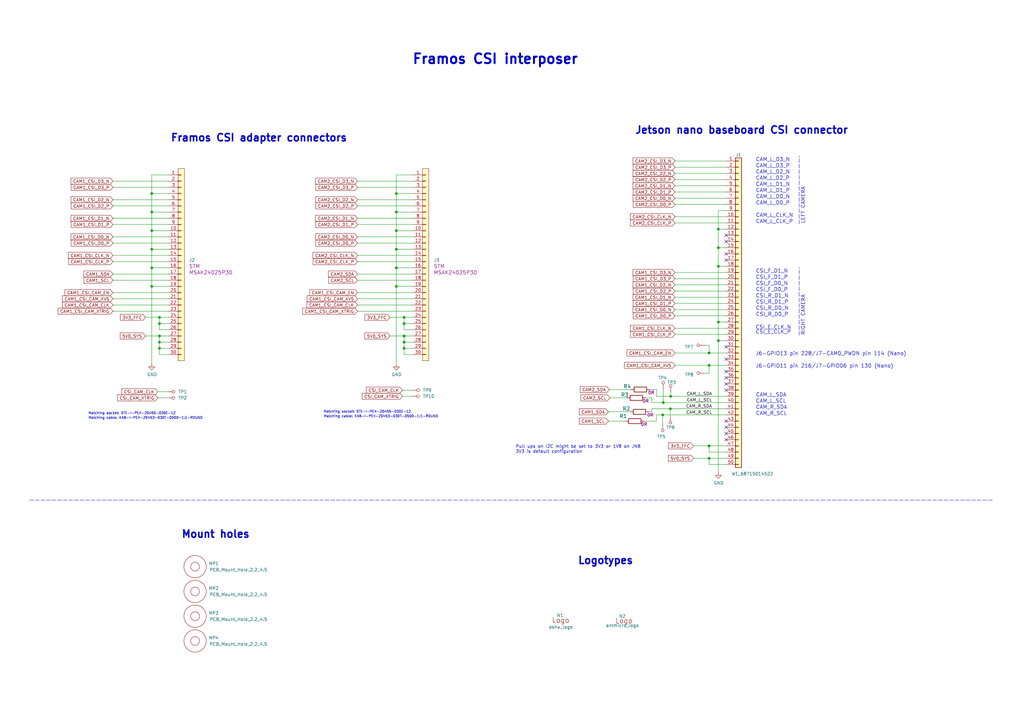
<source format=kicad_sch>
(kicad_sch (version 20211123) (generator eeschema)
  (paper "A3")
  (title_block (date "2022-02") (rev "1.0.0"))
  (lib_symbols
    (symbol "antmicro-dual-ipex-csi-interposer-rescue:GND-framos-csi-interposer" (power) (pin_names (offset 0))
      (property "Value" "GND-framos-csi-interposer" (at 0 -3.81 0))
      (symbol "GND-framos-csi-interposer_0_1"
        (polyline (pts (xy 0 0) (xy 0 -1.27) (xy 1.27 -1.27) (xy 0 -2.54) (xy -1.27 -1.27) (xy 0 -1.27)))
      )
      (symbol "GND-framos-csi-interposer_1_1"
        (pin power_in line (at 0 0 270) (length 0) hide (name "GND") (number "1"))
      )
    )
    (symbol "antmicroFCCConnectors:MSAK24025P30" (pin_names (offset 1.016) hide)
      (property "Reference" "J" (at 0 41.91 0))
      (property "MPN" "MSAK24025P30" (at 7.62 -39.37 90))
      (property "Manufacturer" "STM" (at 5.08 -39.37 90))
      (symbol "MSAK24025P30_0_1"
        (rectangle (start 0 39.37) (end 2.54 -39.37) (fill (type background)))
        (rectangle (start 2.54 -39.37) (end 2.54 -39.37))
      )
      (symbol "MSAK24025P30_1_1"
        (rectangle (start 0 -36.703) (end 1.27 -36.957) (stroke (width 0.1524)))
        (rectangle (start 0 -34.163) (end 1.27 -34.417) (stroke (width 0.1524)))
        (rectangle (start 0 -31.623) (end 1.27 -31.877) (stroke (width 0.1524)))
        (rectangle (start 0 -29.083) (end 1.27 -29.337) (stroke (width 0.1524)))
        (rectangle (start 0 -26.543) (end 1.27 -26.797) (stroke (width 0.1524)))
        (rectangle (start 0 -24.003) (end 1.27 -24.257) (stroke (width 0.1524)))
        (rectangle (start 0 -21.463) (end 1.27 -21.717) (stroke (width 0.1524)))
        (rectangle (start 0 -18.923) (end 1.27 -19.177) (stroke (width 0.1524)))
        (rectangle (start 0 -16.383) (end 1.27 -16.637) (stroke (width 0.1524)))
        (rectangle (start 0 -13.843) (end 1.27 -14.097) (stroke (width 0.1524)))
        (rectangle (start 0 -11.303) (end 1.27 -11.557) (stroke (width 0.1524)))
        (rectangle (start 0 -8.763) (end 1.27 -9.017) (stroke (width 0.1524)))
        (rectangle (start 0 -6.223) (end 1.27 -6.477) (stroke (width 0.1524)))
        (rectangle (start 0 -3.683) (end 1.27 -3.937) (stroke (width 0.1524)))
        (rectangle (start 0 -1.143) (end 1.27 -1.397) (stroke (width 0.1524)))
        (rectangle (start 0 1.397) (end 1.27 1.143) (stroke (width 0.1524)))
        (rectangle (start 0 3.937) (end 1.27 3.683) (stroke (width 0.1524)))
        (rectangle (start 0 6.477) (end 1.27 6.223) (stroke (width 0.1524)))
        (rectangle (start 0 9.017) (end 1.27 8.763) (stroke (width 0.1524)))
        (rectangle (start 0 11.557) (end 1.27 11.303) (stroke (width 0.1524)))
        (rectangle (start 0 14.097) (end 1.27 13.843) (stroke (width 0.1524)))
        (rectangle (start 0 16.637) (end 1.27 16.383) (stroke (width 0.1524)))
        (rectangle (start 0 19.177) (end 1.27 18.923) (stroke (width 0.1524)))
        (rectangle (start 0 21.717) (end 1.27 21.463) (stroke (width 0.1524)))
        (rectangle (start 0 24.257) (end 1.27 24.003) (stroke (width 0.1524)))
        (rectangle (start 0 26.797) (end 1.27 26.543) (stroke (width 0.1524)))
        (rectangle (start 0 29.337) (end 1.27 29.083) (stroke (width 0.1524)))
        (rectangle (start 0 31.877) (end 1.27 31.623) (stroke (width 0.1524)))
        (rectangle (start 0 34.417) (end 1.27 34.163) (stroke (width 0.1524)))
        (rectangle (start 0 36.957) (end 1.27 36.703) (stroke (width 0.1524)))
        (pin passive line (at -3.81 36.83 0) (length 3.81) (name "Pin_1") (number "1"))
        (pin passive line (at -3.81 13.97 0) (length 3.81) (name "Pin_10") (number "10"))
        (pin passive line (at -3.81 11.43 0) (length 3.81) (name "Pin_11") (number "11"))
        (pin passive line (at -3.81 8.89 0) (length 3.81) (name "Pin_12") (number "12"))
        (pin passive line (at -3.81 6.35 0) (length 3.81) (name "Pin_13") (number "13"))
        (pin passive line (at -3.81 3.81 0) (length 3.81) (name "Pin_14") (number "14"))
        (pin passive line (at -3.81 1.27 0) (length 3.81) (name "Pin_15") (number "15"))
        (pin passive line (at -3.81 -1.27 0) (length 3.81) (name "Pin_16") (number "16"))
        (pin passive line (at -3.81 -3.81 0) (length 3.81) (name "Pin_17") (number "17"))
        (pin passive line (at -3.81 -6.35 0) (length 3.81) (name "Pin_18") (number "18"))
        (pin passive line (at -3.81 -8.89 0) (length 3.81) (name "Pin_19") (number "19"))
        (pin passive line (at -3.81 34.29 0) (length 3.81) (name "Pin_2") (number "2"))
        (pin passive line (at -3.81 -11.43 0) (length 3.81) (name "Pin_20") (number "20"))
        (pin passive line (at -3.81 -13.97 0) (length 3.81) (name "Pin_21") (number "21"))
        (pin passive line (at -3.81 -16.51 0) (length 3.81) (name "Pin_22") (number "22"))
        (pin passive line (at -3.81 -19.05 0) (length 3.81) (name "Pin_23") (number "23"))
        (pin passive line (at -3.81 -21.59 0) (length 3.81) (name "Pin_24") (number "24"))
        (pin passive line (at -3.81 -24.13 0) (length 3.81) (name "Pin_25") (number "25"))
        (pin passive line (at -3.81 -26.67 0) (length 3.81) (name "Pin_26") (number "26"))
        (pin passive line (at -3.81 -29.21 0) (length 3.81) (name "Pin_27") (number "27"))
        (pin passive line (at -3.81 -31.75 0) (length 3.81) (name "Pin_28") (number "28"))
        (pin passive line (at -3.81 -34.29 0) (length 3.81) (name "Pin_29") (number "29"))
        (pin passive line (at -3.81 31.75 0) (length 3.81) (name "Pin_3") (number "3"))
        (pin passive line (at -3.81 -36.83 0) (length 3.81) (name "Pin_30") (number "30"))
        (pin passive line (at -3.81 29.21 0) (length 3.81) (name "Pin_4") (number "4"))
        (pin passive line (at -3.81 26.67 0) (length 3.81) (name "Pin_5") (number "5"))
        (pin passive line (at -3.81 24.13 0) (length 3.81) (name "Pin_6") (number "6"))
        (pin passive line (at -3.81 21.59 0) (length 3.81) (name "Pin_7") (number "7"))
        (pin passive line (at -3.81 19.05 0) (length 3.81) (name "Pin_8") (number "8"))
        (pin passive line (at -3.81 16.51 0) (length 3.81) (name "Pin_9") (number "9"))
      )
    )
    (symbol "antmicroFCCConnectors:WE_68715014522" (pin_names (offset 1.016) hide)
      (property "Reference" "J" (at 0 43.18 0))
      (property "Value" "WE_68715014522" (at -2.54 -87.63 0))
      (symbol "WE_68715014522_1_1"
        (rectangle (start -1.27 -83.693) (end 0 -83.947) (stroke (width 0.1524)))
        (rectangle (start -1.27 -81.153) (end 0 -81.407) (stroke (width 0.1524)))
        (rectangle (start -1.27 -78.613) (end 0 -78.867) (stroke (width 0.1524)))
        (rectangle (start -1.27 -76.073) (end 0 -76.327) (stroke (width 0.1524)))
        (rectangle (start -1.27 -73.533) (end 0 -73.787) (stroke (width 0.1524)))
        (rectangle (start -1.27 -70.993) (end 0 -71.247) (stroke (width 0.1524)))
        (rectangle (start -1.27 -68.453) (end 0 -68.707) (stroke (width 0.1524)))
        (rectangle (start -1.27 -65.913) (end 0 -66.167) (stroke (width 0.1524)))
        (rectangle (start -1.27 -63.373) (end 0 -63.627) (stroke (width 0.1524)))
        (rectangle (start -1.27 -60.833) (end 0 -61.087) (stroke (width 0.1524)))
        (rectangle (start -1.27 -58.293) (end 0 -58.547) (stroke (width 0.1524)))
        (rectangle (start -1.27 -55.753) (end 0 -56.007) (stroke (width 0.1524)))
        (rectangle (start -1.27 -53.213) (end 0 -53.467) (stroke (width 0.1524)))
        (rectangle (start -1.27 -50.673) (end 0 -50.927) (stroke (width 0.1524)))
        (rectangle (start -1.27 -48.133) (end 0 -48.387) (stroke (width 0.1524)))
        (rectangle (start -1.27 -45.593) (end 0 -45.847) (stroke (width 0.1524)))
        (rectangle (start -1.27 -43.053) (end 0 -43.307) (stroke (width 0.1524)))
        (rectangle (start -1.27 -40.513) (end 0 -40.767) (stroke (width 0.1524)))
        (rectangle (start -1.27 -37.973) (end 0 -38.227) (stroke (width 0.1524)))
        (rectangle (start -1.27 -35.433) (end 0 -35.687) (stroke (width 0.1524)))
        (rectangle (start -1.27 -32.893) (end 0 -33.147) (stroke (width 0.1524)))
        (rectangle (start -1.27 -30.353) (end 0 -30.607) (stroke (width 0.1524)))
        (rectangle (start -1.27 -27.813) (end 0 -28.067) (stroke (width 0.1524)))
        (rectangle (start -1.27 -25.273) (end 0 -25.527) (stroke (width 0.1524)))
        (rectangle (start -1.27 -22.733) (end 0 -22.987) (stroke (width 0.1524)))
        (rectangle (start -1.27 -20.193) (end 0 -20.447) (stroke (width 0.1524)))
        (rectangle (start -1.27 -17.653) (end 0 -17.907) (stroke (width 0.1524)))
        (rectangle (start -1.27 -15.113) (end 0 -15.367) (stroke (width 0.1524)))
        (rectangle (start -1.27 -12.573) (end 0 -12.827) (stroke (width 0.1524)))
        (rectangle (start -1.27 -10.033) (end 0 -10.287) (stroke (width 0.1524)))
        (rectangle (start -1.27 -7.493) (end 0 -7.747) (stroke (width 0.1524)))
        (rectangle (start -1.27 -4.953) (end 0 -5.207) (stroke (width 0.1524)))
        (rectangle (start -1.27 -2.413) (end 0 -2.667) (stroke (width 0.1524)))
        (rectangle (start -1.27 0.127) (end 0 -0.127) (stroke (width 0.1524)))
        (rectangle (start -1.27 2.667) (end 0 2.413) (stroke (width 0.1524)))
        (rectangle (start -1.27 5.207) (end 0 4.953) (stroke (width 0.1524)))
        (rectangle (start -1.27 7.747) (end 0 7.493) (stroke (width 0.1524)))
        (rectangle (start -1.27 10.287) (end 0 10.033) (stroke (width 0.1524)))
        (rectangle (start -1.27 12.827) (end 0 12.573) (stroke (width 0.1524)))
        (rectangle (start -1.27 15.367) (end 0 15.113) (stroke (width 0.1524)))
        (rectangle (start -1.27 17.907) (end 0 17.653) (stroke (width 0.1524)))
        (rectangle (start -1.27 20.447) (end 0 20.193) (stroke (width 0.1524)))
        (rectangle (start -1.27 22.987) (end 0 22.733) (stroke (width 0.1524)))
        (rectangle (start -1.27 25.527) (end 0 25.273) (stroke (width 0.1524)))
        (rectangle (start -1.27 28.067) (end 0 27.813) (stroke (width 0.1524)))
        (rectangle (start -1.27 30.607) (end 0 30.353) (stroke (width 0.1524)))
        (rectangle (start -1.27 33.147) (end 0 32.893) (stroke (width 0.1524)))
        (rectangle (start -1.27 35.687) (end 0 35.433) (stroke (width 0.1524)))
        (rectangle (start -1.27 38.227) (end 0 37.973) (stroke (width 0.1524)))
        (rectangle (start -1.27 40.767) (end 0 40.513) (stroke (width 0.1524)))
        (rectangle (start -1.27 41.91) (end 1.27 -85.09) (stroke (width 0.254)) (fill (type background)))
        (pin passive line (at -5.08 40.64 0) (length 3.81) (name "Pin_1") (number "1"))
        (pin passive line (at -5.08 17.78 0) (length 3.81) (name "Pin_10") (number "10"))
        (pin passive line (at -5.08 15.24 0) (length 3.81) (name "Pin_11") (number "11"))
        (pin passive line (at -5.08 12.7 0) (length 3.81) (name "Pin_12") (number "12"))
        (pin passive line (at -5.08 10.16 0) (length 3.81) (name "Pin_13") (number "13"))
        (pin passive line (at -5.08 7.62 0) (length 3.81) (name "Pin_14") (number "14"))
        (pin passive line (at -5.08 5.08 0) (length 3.81) (name "Pin_15") (number "15"))
        (pin passive line (at -5.08 2.54 0) (length 3.81) (name "Pin_16") (number "16"))
        (pin passive line (at -5.08 0 0) (length 3.81) (name "Pin_17") (number "17"))
        (pin passive line (at -5.08 -2.54 0) (length 3.81) (name "Pin_18") (number "18"))
        (pin passive line (at -5.08 -5.08 0) (length 3.81) (name "Pin_19") (number "19"))
        (pin passive line (at -5.08 38.1 0) (length 3.81) (name "Pin_2") (number "2"))
        (pin passive line (at -5.08 -7.62 0) (length 3.81) (name "Pin_20") (number "20"))
        (pin passive line (at -5.08 -10.16 0) (length 3.81) (name "Pin_21") (number "21"))
        (pin passive line (at -5.08 -12.7 0) (length 3.81) (name "Pin_22") (number "22"))
        (pin passive line (at -5.08 -15.24 0) (length 3.81) (name "Pin_23") (number "23"))
        (pin passive line (at -5.08 -17.78 0) (length 3.81) (name "Pin_24") (number "24"))
        (pin passive line (at -5.08 -20.32 0) (length 3.81) (name "Pin_25") (number "25"))
        (pin passive line (at -5.08 -22.86 0) (length 3.81) (name "Pin_26") (number "26"))
        (pin passive line (at -5.08 -25.4 0) (length 3.81) (name "Pin_27") (number "27"))
        (pin passive line (at -5.08 -27.94 0) (length 3.81) (name "Pin_28") (number "28"))
        (pin passive line (at -5.08 -30.48 0) (length 3.81) (name "Pin_29") (number "29"))
        (pin passive line (at -5.08 35.56 0) (length 3.81) (name "Pin_3") (number "3"))
        (pin passive line (at -5.08 -33.02 0) (length 3.81) (name "Pin_30") (number "30"))
        (pin passive line (at -5.08 -35.56 0) (length 3.81) (name "Pin_31") (number "31"))
        (pin passive line (at -5.08 -38.1 0) (length 3.81) (name "Pin_32") (number "32"))
        (pin passive line (at -5.08 -40.64 0) (length 3.81) (name "Pin_33") (number "33"))
        (pin passive line (at -5.08 -43.18 0) (length 3.81) (name "Pin_34") (number "34"))
        (pin passive line (at -5.08 -45.72 0) (length 3.81) (name "Pin_35") (number "35"))
        (pin passive line (at -5.08 -48.26 0) (length 3.81) (name "Pin_36") (number "36"))
        (pin passive line (at -5.08 -50.8 0) (length 3.81) (name "Pin_37") (number "37"))
        (pin passive line (at -5.08 -53.34 0) (length 3.81) (name "Pin_38") (number "38"))
        (pin passive line (at -5.08 -55.88 0) (length 3.81) (name "Pin_39") (number "39"))
        (pin passive line (at -5.08 33.02 0) (length 3.81) (name "Pin_4") (number "4"))
        (pin passive line (at -5.08 -58.42 0) (length 3.81) (name "Pin_40") (number "40"))
        (pin passive line (at -5.08 -60.96 0) (length 3.81) (name "Pin_41") (number "41"))
        (pin passive line (at -5.08 -63.5 0) (length 3.81) (name "Pin_42") (number "42"))
        (pin passive line (at -5.08 -66.04 0) (length 3.81) (name "Pin_43") (number "43"))
        (pin passive line (at -5.08 -68.58 0) (length 3.81) (name "Pin_44") (number "44"))
        (pin passive line (at -5.08 -71.12 0) (length 3.81) (name "Pin_45") (number "45"))
        (pin passive line (at -5.08 -73.66 0) (length 3.81) (name "Pin_46") (number "46"))
        (pin passive line (at -5.08 -76.2 0) (length 3.81) (name "Pin_47") (number "47"))
        (pin passive line (at -5.08 -78.74 0) (length 3.81) (name "Pin_48") (number "48"))
        (pin passive line (at -5.08 -81.28 0) (length 3.81) (name "Pin_49") (number "49"))
        (pin passive line (at -5.08 30.48 0) (length 3.81) (name "Pin_5") (number "5"))
        (pin passive line (at -5.08 -83.82 0) (length 3.81) (name "Pin_50") (number "50"))
        (pin passive line (at -5.08 27.94 0) (length 3.81) (name "Pin_6") (number "6"))
        (pin passive line (at -5.08 25.4 0) (length 3.81) (name "Pin_7") (number "7"))
        (pin passive line (at -5.08 22.86 0) (length 3.81) (name "Pin_8") (number "8"))
        (pin passive line (at -5.08 20.32 0) (length 3.81) (name "Pin_9") (number "9"))
      )
    )
    (symbol "antmicroMechanicalParts:PCB_Mount_Hole_2.2_4.5" (pin_names (offset 1.016))
      (property "Reference" "MP" (at 0 6.35 0))
      (property "Value" "PCB_Mount_Hole_2.2_4.5" (at 0 -6.35 0))
      (symbol "PCB_Mount_Hole_2.2_4.5_0_1"
        (circle (center 0 0) (radius 1.8034))
        (circle (center 0 0) (radius 4.572))
      )
    )
    (symbol "antmicroMechanicalParts:antmicro_logo" (pin_names (offset 1.016))
      (property "Reference" "N" (at 0 8.89 0))
      (property "Value" "antmicro_logo" (at 0 -5.08 0))
      (symbol "antmicro_logo_0_0"
        (text "Logo" (at 1.27 1.27 0) (effects (font (size 2.0066 2.0066))))
      )
    )
    (symbol "antmicroMechanicalParts:oshw_logo" (pin_names (offset 1.016))
      (property "Reference" "N" (at 0.508 1.016 0))
      (property "Value" "oshw_logo" (at 0.762 -3.81 0))
      (symbol "oshw_logo_1_1"
        (text "Logo" (at 0.762 -1.016 0) (effects (font (size 2.0066 2.0066))))
      )
    )
    (symbol "antmicroResistors0402:R_0R_0402" (pin_names (offset 0))
      (property "Reference" "R" (at -1.397 3.429 0))
      (property "Val" "0R" (at 0 -2.54 0))
      (symbol "R_0R_0402_1_1"
        (rectangle (start 2.54 -1.016) (end -2.54 1.016) (stroke (width 0.254)))
        (pin passive line (at -3.81 0 0) (length 1.27) (name "~") (number "1"))
        (pin passive line (at 3.81 0 180) (length 1.27) (name "~") (number "2"))
      )
    )
    (symbol "antmicroTestPoints:TP_SMD1MM" (pin_numbers hide) (pin_names (offset 0))
      (property "Reference" "TP" (at -2.54 1.27 0))
      (symbol "TP_SMD1MM_0_1"
        (circle (center 0 0) (radius 0.5588))
      )
      (symbol "TP_SMD1MM_1_1"
        (pin passive line (at 0 2.54 270) (length 1.905) (name "~") (number "1"))
      )
    )
  )
  (junction (at 65.405 140.335))
  (junction (at 62.23 86.995))
  (junction (at 162.56 117.475))
  (junction (at 165.735 130.175))
  (junction (at 162.56 79.375))
  (junction (at 274.955 167.64))
  (junction (at 162.56 94.615))
  (junction (at 62.23 79.375))
  (junction (at 294.64 109.22))
  (junction (at 165.735 140.335))
  (junction (at 294.64 139.7))
  (junction (at 65.405 142.875))
  (junction (at 290.83 149.86))
  (junction (at 65.405 130.175))
  (junction (at 290.83 182.88))
  (junction (at 290.83 187.96))
  (junction (at 165.735 142.875))
  (junction (at 162.56 86.995))
  (junction (at 271.78 170.18))
  (junction (at 165.735 137.795))
  (junction (at 275.082 162.56))
  (junction (at 294.64 93.98))
  (junction (at 162.56 102.235))
  (junction (at 62.23 94.615))
  (junction (at 290.83 144.78))
  (junction (at 65.405 137.795))
  (junction (at 62.23 117.475))
  (junction (at 294.64 101.6))
  (junction (at 165.735 132.715))
  (junction (at 272.034 165.1))
  (junction (at 62.23 109.855))
  (junction (at 294.64 132.08))
  (junction (at 162.56 109.855))
  (junction (at 62.23 102.235))
  (junction (at 65.405 132.715))
  (no_connect (at 297.815 175.26))
  (no_connect (at 297.815 152.4))
  (no_connect (at 297.815 172.72))
  (no_connect (at 297.815 99.06))
  (no_connect (at 297.815 96.52))
  (no_connect (at 297.815 160.02))
  (no_connect (at 297.815 104.14))
  (no_connect (at 297.815 177.8))
  (no_connect (at 297.815 106.68))
  (no_connect (at 297.815 180.34))
  (no_connect (at 297.815 142.24))
  (no_connect (at 297.815 154.94))
  (no_connect (at 297.815 147.32))
  (no_connect (at 297.815 157.48))
  (wire (pts (xy 297.815 134.62) (xy 276.86 134.62)))
  (wire (pts (xy 69.215 130.175) (xy 65.405 130.175)))
  (wire (pts (xy 46.355 107.315) (xy 69.215 107.315)))
  (wire (pts (xy 297.815 88.9) (xy 276.86 88.9)))
  (wire (pts (xy 62.23 94.615) (xy 62.23 102.235)))
  (wire (pts (xy 276.86 111.76) (xy 297.815 111.76)))
  (wire (pts (xy 276.86 66.04) (xy 297.815 66.04)))
  (wire (pts (xy 69.215 132.715) (xy 65.405 132.715)))
  (wire (pts (xy 267.335 168.91) (xy 267.335 167.64)))
  (wire (pts (xy 297.815 81.28) (xy 276.86 81.28)))
  (wire (pts (xy 69.215 102.235) (xy 62.23 102.235)))
  (wire (pts (xy 276.86 78.74) (xy 297.815 78.74)))
  (wire (pts (xy 146.685 107.315) (xy 169.545 107.315)))
  (wire (pts (xy 169.545 71.755) (xy 162.56 71.755)))
  (wire (pts (xy 46.355 104.775) (xy 69.215 104.775)))
  (wire (pts (xy 290.83 182.88) (xy 284.48 182.88)))
  (wire (pts (xy 146.685 81.915) (xy 169.545 81.915)))
  (wire (pts (xy 146.685 97.155) (xy 169.545 97.155)))
  (wire (pts (xy 294.64 86.36) (xy 297.815 86.36)))
  (wire (pts (xy 162.56 109.855) (xy 162.56 117.475)))
  (wire (pts (xy 294.64 139.7) (xy 294.64 193.675)))
  (wire (pts (xy 250.19 163.195) (xy 257.175 163.195)))
  (wire (pts (xy 276.86 73.66) (xy 297.815 73.66)))
  (wire (pts (xy 65.405 137.795) (xy 65.405 140.335)))
  (polyline (pts (xy 327.7616 137.5664) (xy 327.7616 109.6264)))
  (wire (pts (xy 276.86 114.3) (xy 297.815 114.3)))
  (wire (pts (xy 272.034 159.512) (xy 272.034 165.1)))
  (wire (pts (xy 169.545 142.875) (xy 165.735 142.875)))
  (wire (pts (xy 165.735 132.715) (xy 165.735 130.175)))
  (wire (pts (xy 46.355 74.295) (xy 69.215 74.295)))
  (wire (pts (xy 271.78 173.99) (xy 271.78 170.18)))
  (wire (pts (xy 69.215 137.795) (xy 65.405 137.795)))
  (wire (pts (xy 69.215 140.335) (xy 65.405 140.335)))
  (wire (pts (xy 146.685 89.535) (xy 169.545 89.535)))
  (wire (pts (xy 284.48 187.96) (xy 290.83 187.96)))
  (wire (pts (xy 165.735 145.415) (xy 169.545 145.415)))
  (wire (pts (xy 290.83 149.86) (xy 297.815 149.86)))
  (wire (pts (xy 290.83 141.605) (xy 290.83 144.78)))
  (wire (pts (xy 267.335 165.1) (xy 272.034 165.1)))
  (wire (pts (xy 276.86 149.86) (xy 290.83 149.86)))
  (wire (pts (xy 65.405 145.415) (xy 69.215 145.415)))
  (wire (pts (xy 46.355 76.835) (xy 69.215 76.835)))
  (wire (pts (xy 169.545 137.795) (xy 165.735 137.795)))
  (wire (pts (xy 288.925 141.605) (xy 290.83 141.605)))
  (wire (pts (xy 269.24 162.56) (xy 269.24 159.766)))
  (wire (pts (xy 146.685 125.095) (xy 169.545 125.095)))
  (wire (pts (xy 169.545 109.855) (xy 162.56 109.855)))
  (wire (pts (xy 169.545 92.075) (xy 146.685 92.075)))
  (wire (pts (xy 46.355 97.155) (xy 69.215 97.155)))
  (wire (pts (xy 264.795 163.195) (xy 267.335 163.195)))
  (wire (pts (xy 274.955 170.815) (xy 274.955 167.64)))
  (polyline (pts (xy 807.5422 828.4972) (xy 810.4886 828.4972)))
  (wire (pts (xy 294.64 101.6) (xy 294.64 109.22)))
  (wire (pts (xy 267.335 163.195) (xy 267.335 165.1)))
  (wire (pts (xy 69.215 122.555) (xy 46.355 122.555)))
  (wire (pts (xy 146.685 104.775) (xy 169.545 104.775)))
  (wire (pts (xy 68.58 163.195) (xy 64.77 163.195)))
  (wire (pts (xy 69.215 135.255) (xy 65.405 135.255)))
  (wire (pts (xy 146.685 74.295) (xy 169.545 74.295)))
  (wire (pts (xy 297.815 137.16) (xy 276.86 137.16)))
  (wire (pts (xy 276.86 76.2) (xy 297.815 76.2)))
  (wire (pts (xy 276.86 124.46) (xy 297.815 124.46)))
  (wire (pts (xy 264.16 172.72) (xy 269.24 172.72)))
  (wire (pts (xy 46.355 125.095) (xy 69.215 125.095)))
  (wire (pts (xy 276.86 83.82) (xy 297.815 83.82)))
  (wire (pts (xy 168.91 160.02) (xy 165.1 160.02)))
  (wire (pts (xy 69.215 117.475) (xy 62.23 117.475)))
  (wire (pts (xy 69.215 109.855) (xy 62.23 109.855)))
  (wire (pts (xy 69.215 92.075) (xy 46.355 92.075)))
  (wire (pts (xy 62.23 79.375) (xy 62.23 86.995)))
  (wire (pts (xy 146.685 99.695) (xy 169.545 99.695)))
  (wire (pts (xy 46.355 112.395) (xy 69.215 112.395)))
  (wire (pts (xy 297.815 144.78) (xy 290.83 144.78)))
  (wire (pts (xy 160.02 137.795) (xy 165.735 137.795)))
  (wire (pts (xy 297.815 182.88) (xy 290.83 182.88)))
  (polyline (pts (xy 327.7616 91.8464) (xy 327.7616 63.9064)))
  (wire (pts (xy 65.405 140.335) (xy 65.405 142.875)))
  (wire (pts (xy 297.815 132.08) (xy 294.64 132.08)))
  (wire (pts (xy 276.86 119.38) (xy 297.815 119.38)))
  (wire (pts (xy 290.83 149.86) (xy 290.83 153.035)))
  (wire (pts (xy 62.23 102.235) (xy 62.23 109.855)))
  (wire (pts (xy 65.405 135.255) (xy 65.405 132.715)))
  (wire (pts (xy 297.815 127) (xy 276.86 127)))
  (wire (pts (xy 165.735 140.335) (xy 165.735 142.875)))
  (wire (pts (xy 276.86 116.84) (xy 297.815 116.84)))
  (wire (pts (xy 274.955 167.64) (xy 297.815 167.64)))
  (wire (pts (xy 297.815 109.22) (xy 294.64 109.22)))
  (wire (pts (xy 65.405 130.175) (xy 59.69 130.175)))
  (wire (pts (xy 65.405 142.875) (xy 65.405 145.415)))
  (wire (pts (xy 276.86 71.12) (xy 297.815 71.12)))
  (wire (pts (xy 146.685 114.935) (xy 169.545 114.935)))
  (wire (pts (xy 162.56 117.475) (xy 162.56 149.225)))
  (wire (pts (xy 46.355 114.935) (xy 69.215 114.935)))
  (wire (pts (xy 46.355 120.015) (xy 69.215 120.015)))
  (wire (pts (xy 297.815 190.5) (xy 290.83 190.5)))
  (wire (pts (xy 68.58 160.655) (xy 64.77 160.655)))
  (wire (pts (xy 46.355 127.635) (xy 69.215 127.635)))
  (wire (pts (xy 276.86 121.92) (xy 297.815 121.92)))
  (wire (pts (xy 46.355 99.695) (xy 69.215 99.695)))
  (wire (pts (xy 165.735 130.175) (xy 160.02 130.175)))
  (wire (pts (xy 169.545 117.475) (xy 162.56 117.475)))
  (wire (pts (xy 69.215 94.615) (xy 62.23 94.615)))
  (wire (pts (xy 290.83 187.96) (xy 297.815 187.96)))
  (wire (pts (xy 276.86 68.58) (xy 297.815 68.58)))
  (wire (pts (xy 69.215 142.875) (xy 65.405 142.875)))
  (wire (pts (xy 249.936 159.766) (xy 258.826 159.766)))
  (wire (pts (xy 294.64 109.22) (xy 294.64 132.08)))
  (wire (pts (xy 162.56 94.615) (xy 162.56 102.235)))
  (wire (pts (xy 46.355 84.455) (xy 69.215 84.455)))
  (wire (pts (xy 169.545 86.995) (xy 162.56 86.995)))
  (wire (pts (xy 267.335 167.64) (xy 274.955 167.64)))
  (wire (pts (xy 169.545 122.555) (xy 146.685 122.555)))
  (wire (pts (xy 169.545 132.715) (xy 165.735 132.715)))
  (wire (pts (xy 46.355 81.915) (xy 69.215 81.915)))
  (wire (pts (xy 146.685 112.395) (xy 169.545 112.395)))
  (wire (pts (xy 65.405 132.715) (xy 65.405 130.175)))
  (wire (pts (xy 162.56 102.235) (xy 162.56 109.855)))
  (wire (pts (xy 62.23 109.855) (xy 62.23 117.475)))
  (wire (pts (xy 294.64 93.98) (xy 294.64 101.6)))
  (wire (pts (xy 169.545 135.255) (xy 165.735 135.255)))
  (wire (pts (xy 266.065 168.91) (xy 267.335 168.91)))
  (wire (pts (xy 276.86 129.54) (xy 297.815 129.54)))
  (wire (pts (xy 294.64 86.36) (xy 294.64 93.98)))
  (wire (pts (xy 297.815 101.6) (xy 294.64 101.6)))
  (wire (pts (xy 62.23 117.475) (xy 62.23 149.225)))
  (wire (pts (xy 165.735 135.255) (xy 165.735 132.715)))
  (wire (pts (xy 288.925 153.035) (xy 290.83 153.035)))
  (wire (pts (xy 271.78 170.18) (xy 297.815 170.18)))
  (wire (pts (xy 249.555 172.72) (xy 256.54 172.72)))
  (wire (pts (xy 169.545 79.375) (xy 162.56 79.375)))
  (wire (pts (xy 62.23 71.755) (xy 62.23 79.375)))
  (wire (pts (xy 266.446 159.766) (xy 269.24 159.766)))
  (wire (pts (xy 169.545 102.235) (xy 162.56 102.235)))
  (wire (pts (xy 146.685 84.455) (xy 169.545 84.455)))
  (wire (pts (xy 69.215 79.375) (xy 62.23 79.375)))
  (wire (pts (xy 297.815 185.42) (xy 290.83 185.42)))
  (wire (pts (xy 59.69 137.795) (xy 65.405 137.795)))
  (wire (pts (xy 146.685 127.635) (xy 169.545 127.635)))
  (wire (pts (xy 269.24 162.56) (xy 275.082 162.56)))
  (wire (pts (xy 62.23 86.995) (xy 62.23 94.615)))
  (wire (pts (xy 146.685 120.015) (xy 169.545 120.015)))
  (wire (pts (xy 162.56 79.375) (xy 162.56 86.995)))
  (wire (pts (xy 275.082 162.56) (xy 297.815 162.56)))
  (wire (pts (xy 168.91 162.56) (xy 165.1 162.56)))
  (wire (pts (xy 269.24 170.18) (xy 271.78 170.18)))
  (wire (pts (xy 275.082 160.782) (xy 275.082 162.56)))
  (wire (pts (xy 272.034 165.1) (xy 297.815 165.1)))
  (wire (pts (xy 46.355 89.535) (xy 69.215 89.535)))
  (wire (pts (xy 297.815 139.7) (xy 294.64 139.7)))
  (wire (pts (xy 165.735 137.795) (xy 165.735 140.335)))
  (wire (pts (xy 290.83 190.5) (xy 290.83 187.96)))
  (wire (pts (xy 249.555 168.91) (xy 258.445 168.91)))
  (wire (pts (xy 169.545 130.175) (xy 165.735 130.175)))
  (wire (pts (xy 269.24 172.72) (xy 269.24 170.18)))
  (polyline (pts (xy 407.035 205.105) (xy 12.065 205.105)))
  (wire (pts (xy 69.215 71.755) (xy 62.23 71.755)))
  (wire (pts (xy 146.685 76.835) (xy 169.545 76.835)))
  (wire (pts (xy 290.83 144.78) (xy 276.86 144.78)))
  (wire (pts (xy 165.735 142.875) (xy 165.735 145.415)))
  (wire (pts (xy 162.56 86.995) (xy 162.56 94.615)))
  (wire (pts (xy 290.83 185.42) (xy 290.83 182.88)))
  (wire (pts (xy 169.545 94.615) (xy 162.56 94.615)))
  (wire (pts (xy 69.215 86.995) (xy 62.23 86.995)))
  (wire (pts (xy 162.56 71.755) (xy 162.56 79.375)))
  (wire (pts (xy 294.64 132.08) (xy 294.64 139.7)))
  (wire (pts (xy 169.545 140.335) (xy 165.735 140.335)))
  (wire (pts (xy 297.815 93.98) (xy 294.64 93.98)))
  (wire (pts (xy 297.815 91.44) (xy 276.86 91.44)))
  (text "CAM_L_D1_P" (at 309.9816 79.1464 0) (effects (font (size 1.524 1.524)) (justify left bottom)))
  (text "CAM_L_SDA" (at 309.9816 162.9664 0) (effects (font (size 1.524 1.524)) (justify left bottom)))
  (text "CSI_E_CLK_N" (at 309.88 135.255 0) (effects (font (size 1.524 1.524)) (justify left bottom)))
  (text "CSI_E_CLK_P" (at 309.88 137.16 0) (effects (font (size 1.524 1.524)) (justify left bottom)))
  (text "CAM_L_D2_P" (at 309.9816 74.0664 0) (effects (font (size 1.524 1.524)) (justify left bottom)))
  (text "CAM_R_SCL" (at 309.9816 170.5864 0) (effects (font (size 1.524 1.524)) (justify left bottom)))
  (text "Matching cable: KAB-I-PEX-20453-030T-0500-1:1-ROUND" (at 132.715 171.45 0) (effects (font (size 0.9906 0.9906)) (justify left bottom)))
  (text "Pull ups on I2C might be set to 3V3 or 1V8 on JNB\n3V3 is default configuration" (at 211.455 186.055 0) (effects (font (size 1.27 1.27)) (justify left bottom)))
  (text "CAM_L_D0_N" (at 309.9816 81.6864 0) (effects (font (size 1.524 1.524)) (justify left bottom)))
  (text "CSI_F_D0_P" (at 309.9816 119.7864 0) (effects (font (size 1.524 1.524)) (justify left bottom)))
  (text "Text" (at 67.7926 1253.8202 0) (effects (font (size 1.524 1.524)) (justify left bottom)))
  (text "CSI_R_D0_P" (at 309.9816 129.9464 0) (effects (font (size 1.524 1.524)) (justify left bottom)))
  (text "CAM_L_D0_P" (at 309.9816 84.2264 0) (effects (font (size 1.524 1.524)) (justify left bottom)))
  (text "CAM_L_D1_N" (at 309.9816 76.6064 0) (effects (font (size 1.524 1.524)) (justify left bottom)))
  (text "Framos CSI interposer" (at 168.91 26.67 0) (effects (font (size 3.9878 3.9878) (thickness 0.7976) bold) (justify left bottom)))
  (text "CSI_R_D1_P" (at 309.9816 124.8664 0) (effects (font (size 1.524 1.524)) (justify left bottom)))
  (text "CAM_L_CLK_P" (at 309.9816 91.8464 0) (effects (font (size 1.524 1.524)) (justify left bottom)))
  (text "CSI_R_D1_N" (at 309.9816 122.3264 0) (effects (font (size 1.524 1.524)) (justify left bottom)))
  (text "J6-GPIO13 pin 228/J7-CAM0_PWDN pin 114 (Nano)" (at 309.88 146.05 0) (effects (font (size 1.524 1.524)) (justify left bottom)))
  (text "Mount holes" (at 74.295 220.98 0) (effects (font (size 2.9972 2.9972) (thickness 0.5994) bold) (justify left bottom)))
  (text "Matching socket: STE-I-PEX-20455-030E-12" (at 132.715 169.545 0) (effects (font (size 0.9906 0.9906)) (justify left bottom)))
  (text "Text" (at 67.7926 1253.8202 0) (effects (font (size 1.524 1.524)) (justify left bottom)))
  (text "CAM_L_D3_P" (at 309.9816 68.9864 0) (effects (font (size 1.524 1.524)) (justify left bottom)))
  (text "CAM_R_SDA" (at 309.9816 168.0464 0) (effects (font (size 1.524 1.524)) (justify left bottom)))
  (text "LEFT CAMERA" (at 330.3016 91.8464 90) (effects (font (size 1.524 1.524)) (justify left bottom)))
  (text "CAM_L_CLK_N" (at 309.9816 89.3064 0) (effects (font (size 1.524 1.524)) (justify left bottom)))
  (text "CSI_F_D1_P" (at 309.9816 114.7064 0) (effects (font (size 1.524 1.524)) (justify left bottom)))
  (text "J6-GPIO11 pin 216/J7-GPIO06 pin 130 (Nano) " (at 309.88 151.13 0) (effects (font (size 1.524 1.524)) (justify left bottom)))
  (text "Framos CSI adapter connectors" (at 69.85 58.42 0) (effects (font (size 2.9972 2.9972) (thickness 0.5994) bold) (justify left bottom)))
  (text "RIGHT CAMERA" (at 330.3016 137.5664 90) (effects (font (size 1.524 1.524)) (justify left bottom)))
  (text "CSI_R_D0_N" (at 309.9816 127.4064 0) (effects (font (size 1.524 1.524)) (justify left bottom)))
  (text "Logotypes" (at 236.855 231.775 0) (effects (font (size 2.9972 2.9972) (thickness 0.5994) bold) (justify left bottom)))
  (text "CSI_F_D0_N" (at 309.9816 117.2464 0) (effects (font (size 1.524 1.524)) (justify left bottom)))
  (text "CAM_L_D3_N" (at 309.9816 66.4464 0) (effects (font (size 1.524 1.524)) (justify left bottom)))
  (text "Jetson nano baseboard CSI connector" (at 260.35 55.245 0) (effects (font (size 2.9972 2.9972) (thickness 0.5994) bold) (justify left bottom)))
  (text "CAM_L_D2_N" (at 309.9816 71.5264 0) (effects (font (size 1.524 1.524)) (justify left bottom)))
  (text "CSI_F_D1_N" (at 309.9816 112.1664 0) (effects (font (size 1.524 1.524)) (justify left bottom)))
  (text "Matching cable: KAB-I-PEX-20453-030T-0500-1:1-ROUND" (at 36.195 172.085 0) (effects (font (size 0.9906 0.9906)) (justify left bottom)))
  (text "Matching socket: STE-I-PEX-20455-030E-12" (at 36.195 170.18 0) (effects (font (size 0.9906 0.9906)) (justify left bottom)))
  (text "CAM_L_SCL" (at 309.9816 165.5064 0) (effects (font (size 1.524 1.524)) (justify left bottom)))
  (label "CAM_L_SCL" (at 292.1 165.1 180))
  (label "CAM_R_SCL" (at 292.1 170.18 180))
  (label "CAM_L_SDA" (at 292.1 162.56 180))
  (label "CAM_R_SDA" (at 292.1 167.64 180))
  (global_label "CAM1_CSI_CAM_XVS" (shape input) (at 146.685 122.555 180) (property "Intersheet References" "${INTERSHEET_REFS}" (effects hide)))
  (global_label "CAM1_CSI_D3_N" (shape input) (at 46.355 74.295 180) (property "Intersheet References" "${INTERSHEET_REFS}" (effects hide)))
  (global_label "CAM2_SCL" (shape input) (at 250.19 163.195 180) (property "Intersheet References" "${INTERSHEET_REFS}" (effects hide)))
  (global_label "CAM2_CSI_D3_P" (shape input) (at 146.685 76.835 180) (property "Intersheet References" "${INTERSHEET_REFS}" (effects hide)))
  (global_label "CAM2_CSI_D0_N" (shape input) (at 276.86 81.28 180) (property "Intersheet References" "${INTERSHEET_REFS}" (effects hide)))
  (global_label "CAM1_CSI_D1_P" (shape input) (at 46.355 92.075 180) (property "Intersheet References" "${INTERSHEET_REFS}" (effects hide)))
  (global_label "CAM2_CSI_D2_N" (shape input) (at 276.86 71.12 180) (property "Intersheet References" "${INTERSHEET_REFS}" (effects hide)))
  (global_label "CAM2_SDA" (shape input) (at 249.936 159.766 180) (property "Intersheet References" "${INTERSHEET_REFS}" (effects hide)))
  (global_label "CAM2_CSI_D0_N" (shape input) (at 146.685 97.155 180) (property "Intersheet References" "${INTERSHEET_REFS}" (effects hide)))
  (global_label "3V3_FFC" (shape input) (at 59.69 130.175 180) (property "Intersheet References" "${INTERSHEET_REFS}" (effects hide)))
  (global_label "CAM1_CSI_D0_N" (shape input) (at 46.355 97.155 180) (property "Intersheet References" "${INTERSHEET_REFS}" (effects hide)))
  (global_label "CAM1_CSI_CAM_EN" (shape input) (at 276.86 144.78 180) (property "Intersheet References" "${INTERSHEET_REFS}" (effects hide)))
  (global_label "CAM1_CSI_D3_P" (shape input) (at 276.86 114.3 180) (property "Intersheet References" "${INTERSHEET_REFS}" (effects hide)))
  (global_label "CAM2_CSI_D0_P" (shape input) (at 276.86 83.82 180) (property "Intersheet References" "${INTERSHEET_REFS}" (effects hide)))
  (global_label "CAM1_CSI_D0_P" (shape input) (at 46.355 99.695 180) (property "Intersheet References" "${INTERSHEET_REFS}" (effects hide)))
  (global_label "CAM2_CSI_D1_N" (shape input) (at 146.685 89.535 180) (property "Intersheet References" "${INTERSHEET_REFS}" (effects hide)))
  (global_label "CAM2_CSI_D3_N" (shape input) (at 276.86 66.04 180) (property "Intersheet References" "${INTERSHEET_REFS}" (effects hide)))
  (global_label "CAM1_SCL" (shape input) (at 249.555 172.72 180) (property "Intersheet References" "${INTERSHEET_REFS}" (effects hide)))
  (global_label "CAM1_CSI_CLK_N" (shape input) (at 276.86 134.62 180) (property "Intersheet References" "${INTERSHEET_REFS}" (effects hide)))
  (global_label "CAM2_CSI_D1_N" (shape input) (at 276.86 76.2 180) (property "Intersheet References" "${INTERSHEET_REFS}" (effects hide)))
  (global_label "CAM2_SDA" (shape input) (at 146.685 112.395 180) (property "Intersheet References" "${INTERSHEET_REFS}" (effects hide)))
  (global_label "CAM2_CSI_CLK_P" (shape input) (at 276.86 91.44 180) (property "Intersheet References" "${INTERSHEET_REFS}" (effects hide)))
  (global_label "CAM2_CSI_CLK_N" (shape input) (at 146.685 104.775 180) (property "Intersheet References" "${INTERSHEET_REFS}" (effects hide)))
  (global_label "3V3_FFC" (shape input) (at 284.48 182.88 180) (property "Intersheet References" "${INTERSHEET_REFS}" (effects hide)))
  (global_label "CAM1_CSI_D2_P" (shape input) (at 46.355 84.455 180) (property "Intersheet References" "${INTERSHEET_REFS}" (effects hide)))
  (global_label "CAM2_CSI_D3_P" (shape input) (at 276.86 68.58 180) (property "Intersheet References" "${INTERSHEET_REFS}" (effects hide)))
  (global_label "CAM1_CSI_CAM_EN" (shape input) (at 146.685 120.015 180) (property "Intersheet References" "${INTERSHEET_REFS}" (effects hide)))
  (global_label "CSI_CAM_XTRIG" (shape input) (at 64.77 163.195 180) (property "Intersheet References" "${INTERSHEET_REFS}" (effects hide)))
  (global_label "CAM1_CSI_D1_N" (shape input) (at 276.86 121.92 180) (property "Intersheet References" "${INTERSHEET_REFS}" (effects hide)))
  (global_label "CAM1_CSI_CAM_CLK" (shape input) (at 146.685 125.095 180) (property "Intersheet References" "${INTERSHEET_REFS}" (effects hide)))
  (global_label "CAM2_CSI_D2_N" (shape input) (at 146.685 81.915 180) (property "Intersheet References" "${INTERSHEET_REFS}" (effects hide)))
  (global_label "CAM1_CSI_D1_N" (shape input) (at 46.355 89.535 180) (property "Intersheet References" "${INTERSHEET_REFS}" (effects hide)))
  (global_label "CAM1_CSI_D2_N" (shape input) (at 46.355 81.915 180) (property "Intersheet References" "${INTERSHEET_REFS}" (effects hide)))
  (global_label "CAM1_CSI_D3_P" (shape input) (at 46.355 76.835 180) (property "Intersheet References" "${INTERSHEET_REFS}" (effects hide)))
  (global_label "5V0_SYS" (shape input) (at 284.48 187.96 180) (property "Intersheet References" "${INTERSHEET_REFS}" (effects hide)))
  (global_label "CSI_CAM_CLK" (shape input) (at 165.1 160.02 180) (property "Intersheet References" "${INTERSHEET_REFS}" (effects hide)))
  (global_label "CAM1_CSI_CAM_XTRIG" (shape input) (at 46.355 127.635 180) (property "Intersheet References" "${INTERSHEET_REFS}" (effects hide)))
  (global_label "CAM2_CSI_D2_P" (shape input) (at 276.86 73.66 180) (property "Intersheet References" "${INTERSHEET_REFS}" (effects hide)))
  (global_label "CAM2_CSI_CLK_N" (shape input) (at 276.86 88.9 180) (property "Intersheet References" "${INTERSHEET_REFS}" (effects hide)))
  (global_label "CAM1_CSI_CAM_XVS" (shape input) (at 276.86 149.86 180) (property "Intersheet References" "${INTERSHEET_REFS}" (effects hide)))
  (global_label "CAM1_CSI_D2_N" (shape input) (at 276.86 116.84 180) (property "Intersheet References" "${INTERSHEET_REFS}" (effects hide)))
  (global_label "CAM1_CSI_CAM_XTRIG" (shape input) (at 146.685 127.635 180) (property "Intersheet References" "${INTERSHEET_REFS}" (effects hide)))
  (global_label "CAM1_SDA" (shape input) (at 249.555 168.91 180) (property "Intersheet References" "${INTERSHEET_REFS}" (effects hide)))
  (global_label "CAM2_CSI_D1_P" (shape input) (at 276.86 78.74 180) (property "Intersheet References" "${INTERSHEET_REFS}" (effects hide)))
  (global_label "CAM1_CSI_D1_P" (shape input) (at 276.86 124.46 180) (property "Intersheet References" "${INTERSHEET_REFS}" (effects hide)))
  (global_label "CSI_CAM_CLK" (shape input) (at 64.77 160.655 180) (property "Intersheet References" "${INTERSHEET_REFS}" (effects hide)))
  (global_label "CAM1_CSI_CLK_N" (shape input) (at 46.355 104.775 180) (property "Intersheet References" "${INTERSHEET_REFS}" (effects hide)))
  (global_label "CAM1_CSI_CAM_CLK" (shape input) (at 46.355 125.095 180) (property "Intersheet References" "${INTERSHEET_REFS}" (effects hide)))
  (global_label "5V0_SYS" (shape input) (at 160.02 137.795 180) (property "Intersheet References" "${INTERSHEET_REFS}" (effects hide)))
  (global_label "5V0_SYS" (shape input) (at 59.69 137.795 180) (property "Intersheet References" "${INTERSHEET_REFS}" (effects hide)))
  (global_label "CAM1_CSI_CAM_EN" (shape input) (at 46.355 120.015 180) (property "Intersheet References" "${INTERSHEET_REFS}" (effects hide)))
  (global_label "CSI_CAM_XTRIG" (shape input) (at 165.1 162.56 180) (property "Intersheet References" "${INTERSHEET_REFS}" (effects hide)))
  (global_label "CAM2_CSI_D3_N" (shape input) (at 146.685 74.295 180) (property "Intersheet References" "${INTERSHEET_REFS}" (effects hide)))
  (global_label "CAM2_SCL" (shape input) (at 146.685 114.935 180) (property "Intersheet References" "${INTERSHEET_REFS}" (effects hide)))
  (global_label "CAM1_CSI_D2_P" (shape input) (at 276.86 119.38 180) (property "Intersheet References" "${INTERSHEET_REFS}" (effects hide)))
  (global_label "CAM2_CSI_D0_P" (shape input) (at 146.685 99.695 180) (property "Intersheet References" "${INTERSHEET_REFS}" (effects hide)))
  (global_label "CAM1_CSI_CLK_P" (shape input) (at 46.355 107.315 180) (property "Intersheet References" "${INTERSHEET_REFS}" (effects hide)))
  (global_label "CAM1_CSI_D0_N" (shape input) (at 276.86 127 180) (property "Intersheet References" "${INTERSHEET_REFS}" (effects hide)))
  (global_label "CAM1_CSI_CLK_P" (shape input) (at 276.86 137.16 180) (property "Intersheet References" "${INTERSHEET_REFS}" (effects hide)))
  (global_label "CAM2_CSI_D2_P" (shape input) (at 146.685 84.455 180) (property "Intersheet References" "${INTERSHEET_REFS}" (effects hide)))
  (global_label "CAM2_CSI_D1_P" (shape input) (at 146.685 92.075 180) (property "Intersheet References" "${INTERSHEET_REFS}" (effects hide)))
  (global_label "CAM2_CSI_CLK_P" (shape input) (at 146.685 107.315 180) (property "Intersheet References" "${INTERSHEET_REFS}" (effects hide)))
  (global_label "CAM1_SDA" (shape input) (at 46.355 112.395 180) (property "Intersheet References" "${INTERSHEET_REFS}" (effects hide)))
  (global_label "CAM1_SCL" (shape input) (at 46.355 114.935 180) (property "Intersheet References" "${INTERSHEET_REFS}" (effects hide)))
  (global_label "3V3_FFC" (shape input) (at 160.02 130.175 180) (property "Intersheet References" "${INTERSHEET_REFS}" (effects hide)))
  (global_label "CAM1_CSI_D0_P" (shape input) (at 276.86 129.54 180) (property "Intersheet References" "${INTERSHEET_REFS}" (effects hide)))
  (global_label "CAM1_CSI_D3_N" (shape input) (at 276.86 111.76 180) (property "Intersheet References" "${INTERSHEET_REFS}" (effects hide)))
  (global_label "CAM1_CSI_CAM_XVS" (shape input) (at 46.355 122.555 180) (property "Intersheet References" "${INTERSHEET_REFS}" (effects hide)))
  (symbol (lib_id "antmicro-dual-ipex-csi-interposer-rescue:GND-framos-csi-interposer") (at 62.23 149.225 0) (unit 1)
    (property "Reference" "#PWR0101" (effects hide))
    (property "Value" "GND" (at 62.357 153.6192 0))
  )
  (symbol (lib_id "antmicroFCCConnectors:MSAK24025P30") (at 73.025 108.585 0) (unit 1)
    (property "Reference" "J2" (at 78.74 106.68 0))
    (property "Value" "MSAK24025P30" (effects hide))
    (property "Footprint" "antmicro-footprints:MSAK24025P30" (effects hide))
    (property "Datasheet" "http://www.stm.com.tw/EEPPulish/files/PE/PE-MSAK24025P30~MSAK24025P50_R.pdf" (effects hide))
    (property "MPN" "MSAK24025P30" (at 77.47 111.76 0) (effects (font (size 1.524 1.524)) (justify left)))
    (property "Manufacturer" "STM" (at 77.47 109.22 0) (effects (font (size 1.524 1.524)) (justify left)))
  )
  (symbol (lib_id "antmicroMechanicalParts:PCB_Mount_Hole_2.2_4.5") (at 80.01 232.41 0) (unit 1)
    (property "Reference" "MP1" (at 87.63 231.14 0))
    (property "Value" "PCB_Mount_Hole_2.2_4.5" (at 97.79 233.68 0))
    (property "Footprint" "antmicro-footprints:mounting-hole-2.2mm" (effects hide))
  )
  (symbol (lib_id "antmicroMechanicalParts:PCB_Mount_Hole_2.2_4.5") (at 80.01 242.57 0) (unit 1)
    (property "Reference" "MP2" (at 87.63 241.3 0))
    (property "Value" "PCB_Mount_Hole_2.2_4.5" (at 97.79 243.84 0))
    (property "Footprint" "antmicro-footprints:mounting-hole-2.2mm" (effects hide))
  )
  (symbol (lib_id "antmicroMechanicalParts:PCB_Mount_Hole_2.2_4.5") (at 80.01 252.73 0) (unit 1)
    (property "Reference" "MP3" (at 87.63 251.46 0))
    (property "Value" "PCB_Mount_Hole_2.2_4.5" (at 97.79 254 0))
    (property "Footprint" "antmicro-footprints:mounting-hole-2.2mm" (effects hide))
  )
  (symbol (lib_id "antmicroMechanicalParts:PCB_Mount_Hole_2.2_4.5") (at 80.01 262.89 0) (unit 1)
    (property "Reference" "MP4" (at 87.63 261.62 0))
    (property "Value" "PCB_Mount_Hole_2.2_4.5" (at 97.79 264.16 0))
    (property "Footprint" "antmicro-footprints:mounting-hole-2.2mm" (effects hide))
  )
  (symbol (lib_id "antmicroFCCConnectors:WE_68715014522") (at 302.895 106.68 0) (unit 1)
    (property "Reference" "J1" (at 302.895 63.5 0))
    (property "Value" "WE_68715014522" (at 308.61 194.31 0))
    (property "Footprint" "antmicro-footprints:WE_68715014522" (effects hide))
    (property "Datasheet" "https://katalog.we-online.de/em/datasheet/6871xx14522.pdf" (effects hide))
    (property "MPN" "68715014522 " (effects hide))
    (property "Manufacturer" "Wurth Elektronik " (effects hide))
  )
  (symbol (lib_id "antmicro-dual-ipex-csi-interposer-rescue:GND-framos-csi-interposer") (at 294.64 193.675 0) (unit 1)
    (property "Reference" "#PWR01" (effects hide))
    (property "Value" "GND" (at 294.767 198.0692 0))
  )
  (symbol (lib_id "antmicroResistors0402:R_0R_0402") (at 262.255 168.91 0) (unit 1)
    (property "Reference" "R2" (at 255.27 167.64 0) (effects (font (size 1.524 1.524)) (justify left)))
    (property "Value" "R_0R_0402" (effects hide))
    (property "Footprint" "antmicro-footprints:0402-res" (effects hide))
    (property "Manufacturer" "PANASONIC" (effects hide))
    (property "MPN" "ERJ2GE0R00X" (effects hide))
    (property "Val" "0R" (at 266.7 170.18 0))
  )
  (symbol (lib_id "antmicroResistors0402:R_0R_0402") (at 260.35 172.72 0) (unit 1)
    (property "Reference" "R1" (at 254 170.688 0) (effects (font (size 1.524 1.524)) (justify left)))
    (property "Value" "R_0R_0402" (effects hide))
    (property "Footprint" "antmicro-footprints:0402-res" (effects hide))
    (property "Manufacturer" "PANASONIC" (effects hide))
    (property "MPN" "ERJ2GE0R00X" (effects hide))
    (property "Val" "0R" (at 264.16 173.99 0))
  )
  (symbol (lib_id "antmicroMechanicalParts:oshw_logo") (at 229.235 253.365 0) (unit 1)
    (property "Reference" "N1" (at 229.743 252.349 0))
    (property "Value" "oshw_logo" (at 229.997 257.175 0))
    (property "Footprint" "antmicro-footprints:oshw-logo" (effects hide))
  )
  (symbol (lib_id "antmicroMechanicalParts:antmicro_logo") (at 254.635 255.905 0) (unit 1)
    (property "Reference" "N2" (at 255.27 252.73 0))
    (property "Value" "antmicro_logo" (at 255.27 256.54 0))
    (property "Footprint" "antmicro-footprints:antmicro-logo_scaled_12mm" (effects hide))
  )
  (symbol (lib_id "antmicroTestPoints:TP_SMD1MM") (at 272.034 156.972 180) (unit 1)
    (property "Reference" "TP4" (at 269.875 154.94 0) (effects (justify right)))
    (property "Value" "TP_SMD1MM" (effects hide))
    (property "Footprint" "antmicro-footprints:Testpoint_smd_1mm" (effects hide))
  )
  (symbol (lib_id "antmicroTestPoints:TP_SMD1MM") (at 275.082 158.242 180) (unit 1)
    (property "Reference" "TP3" (at 273.685 156.845 0) (effects (justify right)))
    (property "Value" "TP_SMD1MM" (effects hide))
    (property "Footprint" "antmicro-footprints:Testpoint_smd_1mm" (effects hide))
  )
  (symbol (lib_id "antmicroTestPoints:TP_SMD1MM") (at 274.955 173.355 0) (unit 1)
    (property "Reference" "TP6" (at 276.86 175.26 0) (effects (justify right)))
    (property "Value" "TP_SMD1MM" (effects hide))
    (property "Footprint" "antmicro-footprints:Testpoint_smd_1mm" (effects hide))
  )
  (symbol (lib_id "antmicroTestPoints:TP_SMD1MM") (at 271.78 176.53 0) (unit 1)
    (property "Reference" "TP5" (at 273.05 179.07 0) (effects (justify right)))
    (property "Value" "TP_SMD1MM" (effects hide))
    (property "Footprint" "antmicro-footprints:Testpoint_smd_1mm" (effects hide))
  )
  (symbol (lib_id "antmicroTestPoints:TP_SMD1MM") (at 286.385 153.035 270) (unit 1)
    (property "Reference" "TP8" (at 284.48 153.67 90) (effects (justify right)))
    (property "Value" "TP_SMD1MM" (effects hide))
    (property "Footprint" "antmicro-footprints:Testpoint_smd_1mm" (effects hide))
  )
  (symbol (lib_id "antmicroTestPoints:TP_SMD1MM") (at 286.385 141.605 270) (unit 1)
    (property "Reference" "TP7" (at 284.48 142.24 90) (effects (justify right)))
    (property "Value" "TP_SMD1MM" (effects hide))
    (property "Footprint" "antmicro-footprints:Testpoint_smd_1mm" (effects hide))
  )
  (symbol (lib_id "antmicroTestPoints:TP_SMD1MM") (at 71.12 160.655 90) (unit 1)
    (property "Reference" "TP1" (at 73.025 160.655 90) (effects (justify right)))
    (property "Value" "TP_SMD1MM" (effects hide))
    (property "Footprint" "antmicro-footprints:Testpoint_smd_1mm" (effects hide))
  )
  (symbol (lib_id "antmicroTestPoints:TP_SMD1MM") (at 71.12 163.195 90) (unit 1)
    (property "Reference" "TP2" (at 73.025 163.195 90) (effects (justify right)))
    (property "Value" "TP_SMD1MM" (effects hide))
    (property "Footprint" "antmicro-footprints:Testpoint_smd_1mm" (effects hide))
  )
  (symbol (lib_id "antmicroTestPoints:TP_SMD1MM") (at 171.45 160.02 90) (unit 1)
    (property "Reference" "TP9" (at 173.355 160.02 90) (effects (justify right)))
    (property "Value" "TP_SMD1MM" (effects hide))
    (property "Footprint" "antmicro-footprints:Testpoint_smd_1mm" (effects hide))
  )
  (symbol (lib_id "antmicro-dual-ipex-csi-interposer-rescue:GND-framos-csi-interposer") (at 162.56 149.225 0) (unit 1)
    (property "Reference" "#PWR0102" (effects hide))
    (property "Value" "GND" (at 162.687 153.6192 0))
  )
  (symbol (lib_id "antmicroTestPoints:TP_SMD1MM") (at 171.45 162.56 90) (unit 1)
    (property "Reference" "TP10" (at 173.355 162.56 90) (effects (justify right)))
    (property "Value" "TP_SMD1MM" (effects hide))
    (property "Footprint" "antmicro-footprints:Testpoint_smd_1mm" (effects hide))
  )
  (symbol (lib_id "antmicroFCCConnectors:MSAK24025P30") (at 173.355 108.585 0) (unit 1)
    (property "Reference" "J3" (at 179.07 106.68 0))
    (property "Value" "MSAK24025P30" (effects hide))
    (property "Footprint" "antmicro-footprints:MSAK24025P30" (effects hide))
    (property "Datasheet" "http://www.stm.com.tw/EEPPulish/files/PE/PE-MSAK24025P30~MSAK24025P50_R.pdf" (effects hide))
    (property "MPN" "MSAK24025P30" (at 177.8 111.76 0) (effects (font (size 1.524 1.524)) (justify left)))
    (property "Manufacturer" "STM" (at 177.8 109.22 0) (effects (font (size 1.524 1.524)) (justify left)))
  )
  (symbol (lib_id "antmicroResistors0402:R_0R_0402") (at 260.985 163.195 0) (unit 1)
    (property "Reference" "R3" (at 254.635 161.925 0) (effects (font (size 1.524 1.524)) (justify left)))
    (property "Value" "R_0R_0402" (effects hide))
    (property "Footprint" "antmicro-footprints:0402-res" (effects hide))
    (property "Manufacturer" "PANASONIC" (effects hide))
    (property "MPN" "ERJ2GE0R00X" (effects hide))
    (property "Val" "0R" (at 264.795 164.465 0))
  )
  (symbol (lib_id "antmicroResistors0402:R_0R_0402") (at 262.636 159.766 0) (unit 1)
    (property "Reference" "R4" (at 255.651 158.496 0) (effects (font (size 1.524 1.524)) (justify left)))
    (property "Value" "R_0R_0402" (effects hide))
    (property "Footprint" "antmicro-footprints:0402-res" (effects hide))
    (property "Manufacturer" "PANASONIC" (effects hide))
    (property "MPN" "ERJ2GE0R00X" (effects hide))
    (property "Val" "0R" (at 267.081 161.036 0))
  )
)
</source>
